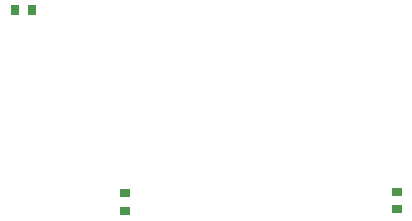
<source format=gtp>
G04*
G04 #@! TF.GenerationSoftware,Altium Limited,Altium Designer,25.4.2 (15)*
G04*
G04 Layer_Color=8421504*
%FSLAX44Y44*%
%MOMM*%
G71*
G04*
G04 #@! TF.SameCoordinates,3376916D-7717-44A7-936A-FC15E23AF39E*
G04*
G04*
G04 #@! TF.FilePolarity,Positive*
G04*
G01*
G75*
%ADD18R,0.9000X0.8000*%
%ADD19R,0.8000X0.9000*%
D18*
X425450Y231020D02*
D03*
Y216020D02*
D03*
X195580Y214750D02*
D03*
Y229750D02*
D03*
D19*
X101720Y384810D02*
D03*
X116720D02*
D03*
M02*

</source>
